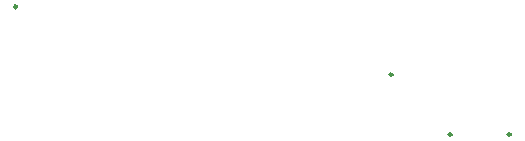
<source format=gbo>
G04*
G04 #@! TF.GenerationSoftware,Altium Limited,Altium Designer,24.4.1 (13)*
G04*
G04 Layer_Color=32896*
%FSLAX44Y44*%
%MOMM*%
G71*
G04*
G04 #@! TF.SameCoordinates,2532A9CE-C595-4F9E-AB26-32F22B0E5C71*
G04*
G04*
G04 #@! TF.FilePolarity,Positive*
G04*
G01*
G75*
%ADD12C,0.2540*%
D12*
X562270Y102100D02*
G03*
X562270Y102100I-1270J0D01*
G01*
X194270Y210500D02*
G03*
X194270Y210500I-1270J0D01*
G01*
X612270Y102100D02*
G03*
X612270Y102100I-1270J0D01*
G01*
X512270Y152900D02*
G03*
X512270Y152900I-1270J0D01*
G01*
M02*

</source>
